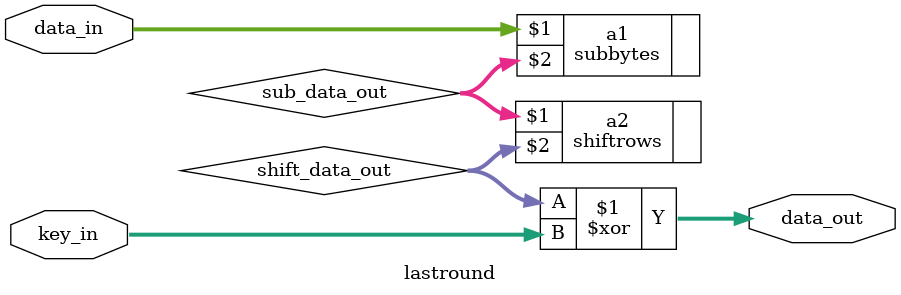
<source format=v>
module lastround(data_in,key_in,data_out);
input [127:0]data_in,key_in;
output [127:0] data_out;

wire [127:0]sub_data_out,shift_data_out,mix_data_out; 

  subbytes a1(data_in,sub_data_out);
shiftrows a2(sub_data_out,shift_data_out);
assign data_out=shift_data_out^key_in;
endmodule
</source>
